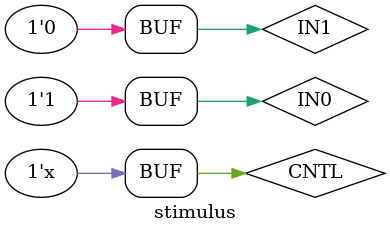
<source format=v>

module mux2_to_1(out, a, b, control);
output out;
input a, b, control;
tri out;
wire a, b, control;

//drives a when control = 0; z otherwise
bufif0  b1(out, a, control); 

//drives b when control = 1; z otherwise
bufif1 b2(out, b, control); 

endmodule

// Define the stimulus module (no ports)
module stimulus;

// Declare variables to be connected
// to inputs
reg IN0, IN1;
reg CNTL;
 
// Declare output wire
wire OUTPUT;
 
// Instantiate the multiplexer
mux2_to_1 mymux(OUTPUT, IN0, IN1, CNTL);
 
// Stimulate the inputs
initial
begin
        $monitor(" %d OUTPUT = %b IN0= %b, IN1= %b, CNTL = %b\n", $time,
						OUTPUT, IN0,IN1, CNTL);

        // set input lines
        IN0 = 1; IN1 = 0; 
 
        // choose IN0
	#10 CNTL = 0;
 
        // choose IN1
        #10 CNTL = 1;
 
        //  Set control to x
        #10 CNTL = 1'bx;

        // Set control to z
        #10 CNTL = 1'bz;
end
 
endmodule


</source>
